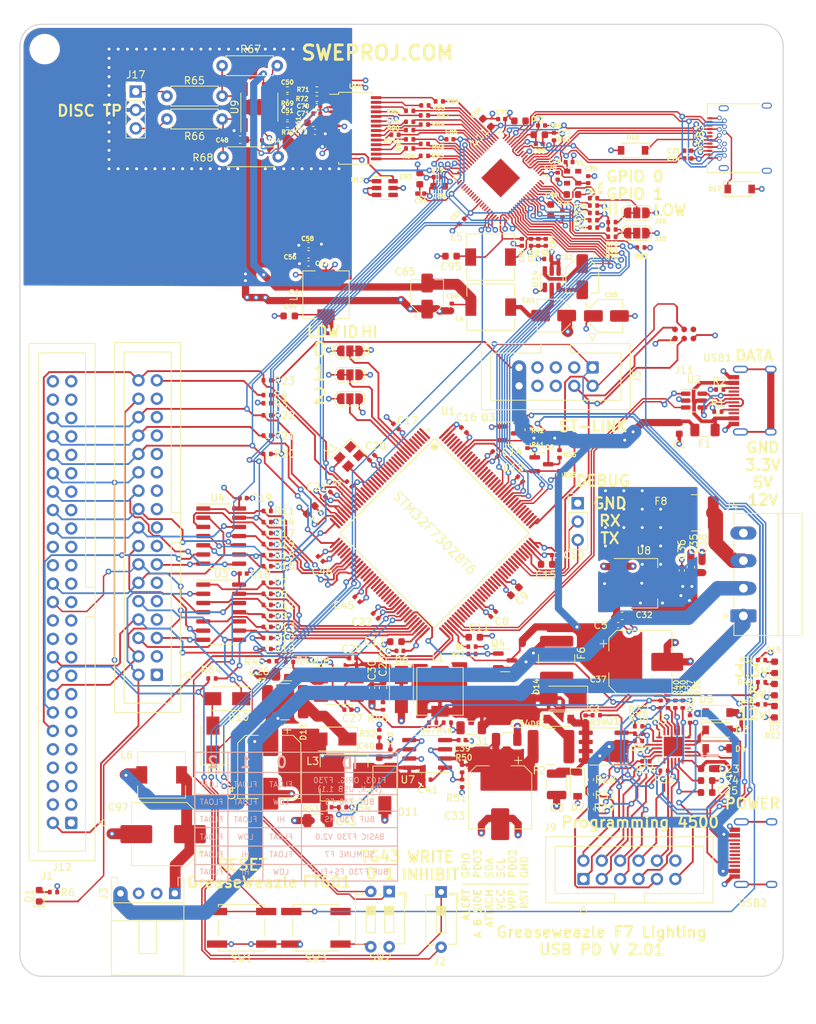
<source format=kicad_pcb>
(kicad_pcb (version 20211014) (generator pcbnew)

  (general
    (thickness 1.6)
  )

  (paper "E")
  (title_block
    (title "Greaseweazle F7 Lighting, USB PD")
    (date "2022-11-15")
    (rev "2.01")
    (company "SweProj.com")
  )

  (layers
    (0 "F.Cu" signal)
    (1 "In1.Cu" power)
    (2 "In2.Cu" power)
    (31 "B.Cu" signal)
    (32 "B.Adhes" user "B.Adhesive")
    (33 "F.Adhes" user "F.Adhesive")
    (34 "B.Paste" user)
    (35 "F.Paste" user)
    (36 "B.SilkS" user "B.Silkscreen")
    (37 "F.SilkS" user "F.Silkscreen")
    (38 "B.Mask" user)
    (39 "F.Mask" user)
    (40 "Dwgs.User" user "User.Drawings")
    (41 "Cmts.User" user "User.Comments")
    (42 "Eco1.User" user "User.Eco1")
    (43 "Eco2.User" user "User.Eco2")
    (44 "Edge.Cuts" user)
    (45 "Margin" user)
    (46 "B.CrtYd" user "B.Courtyard")
    (47 "F.CrtYd" user "F.Courtyard")
    (48 "B.Fab" user)
    (49 "F.Fab" user)
  )

  (setup
    (stackup
      (layer "F.SilkS" (type "Top Silk Screen"))
      (layer "F.Paste" (type "Top Solder Paste"))
      (layer "F.Mask" (type "Top Solder Mask") (thickness 0.01))
      (layer "F.Cu" (type "copper") (thickness 0.035))
      (layer "dielectric 1" (type "core") (thickness 0.48) (material "FR4") (epsilon_r 4.5) (loss_tangent 0.02))
      (layer "In1.Cu" (type "copper") (thickness 0.035))
      (layer "dielectric 2" (type "prepreg") (thickness 0.48) (material "FR4") (epsilon_r 4.5) (loss_tangent 0.02))
      (layer "In2.Cu" (type "copper") (thickness 0.035))
      (layer "dielectric 3" (type "core") (thickness 0.48) (material "FR4") (epsilon_r 4.5) (loss_tangent 0.02))
      (layer "B.Cu" (type "copper") (thickness 0.035))
      (layer "B.Mask" (type "Bottom Solder Mask") (thickness 0.01))
      (layer "B.Paste" (type "Bottom Solder Paste"))
      (layer "B.SilkS" (type "Bottom Silk Screen"))
      (copper_finish "None")
      (dielectric_constraints no)
    )
    (pad_to_mask_clearance 0)
    (pcbplotparams
      (layerselection 0x00010fc_ffffffff)
      (disableapertmacros false)
      (usegerberextensions false)
      (usegerberattributes true)
      (usegerberadvancedattributes true)
      (creategerberjobfile true)
      (svguseinch false)
      (svgprecision 6)
      (excludeedgelayer true)
      (plotframeref false)
      (viasonmask false)
      (mode 1)
      (useauxorigin false)
      (hpglpennumber 1)
      (hpglpenspeed 20)
      (hpglpendiameter 15.000000)
      (dxfpolygonmode true)
      (dxfimperialunits true)
      (dxfusepcbnewfont true)
      (psnegative false)
      (psa4output false)
      (plotreference true)
      (plotvalue true)
      (plotinvisibletext false)
      (sketchpadsonfab false)
      (subtractmaskfromsilk false)
      (outputformat 1)
      (mirror false)
      (drillshape 0)
      (scaleselection 1)
      (outputdirectory "Greaseweazle_V1.01")
    )
  )

  (net 0 "")
  (net 1 "Net-(U11-Pad58)")
  (net 2 "Net-(C2-Pad2)")
  (net 3 "Net-(C2-Pad1)")
  (net 4 "+12V")
  (net 5 "+3V3")
  (net 6 "+5VA")
  (net 7 "Net-(C11-Pad1)")
  (net 8 "Net-(C13-Pad1)")
  (net 9 "Net-(C15-Pad1)")
  (net 10 "/Power_USB/USB_POWER")
  (net 11 "Net-(C24-Pad1)")
  (net 12 "Net-(C25-Pad1)")
  (net 13 "Net-(C27-Pad1)")
  (net 14 "Net-(C28-Pad2)")
  (net 15 "Net-(C28-Pad1)")
  (net 16 "Net-(C29-Pad2)")
  (net 17 "Net-(C29-Pad1)")
  (net 18 "Net-(C31-Pad1)")
  (net 19 "+24V")
  (net 20 "+5V")
  (net 21 "Net-(D15-Pad2)")
  (net 22 "Net-(C39-Pad1)")
  (net 23 "Net-(C40-Pad2)")
  (net 24 "Net-(C40-Pad1)")
  (net 25 "Net-(C41-Pad2)")
  (net 26 "Net-(C41-Pad1)")
  (net 27 "Net-(C43-Pad1)")
  (net 28 "Net-(D1-Pad2)")
  (net 29 "/LED1")
  (net 30 "/Power_USB/CC2")
  (net 31 "/Power_USB/CC1")
  (net 32 "Net-(D7-Pad2)")
  (net 33 "Net-(D8-Pad1)")
  (net 34 "Net-(F8-Pad1)")
  (net 35 "Net-(D12-Pad2)")
  (net 36 "Net-(D13-Pad1)")
  (net 37 "Net-(D14-Pad1)")
  (net 38 "Net-(F1-Pad2)")
  (net 39 "/~{RDY}")
  (net 40 "/~{WR_PROT}")
  (net 41 "/~{TRK_00}")
  (net 42 "/~{INDEX}")
  (net 43 "Net-(J1-Pad6)")
  (net 44 "Net-(J1-Pad33)")
  (net 45 "/SWDIO")
  (net 46 "/SWCLK")
  (net 47 "/ID2")
  (net 48 "Net-(C73-Pad2)")
  (net 49 "/Power_USB/RST")
  (net 50 "/Power_USB/POWER_PDO2")
  (net 51 "VPP")
  (net 52 "/Power_USB/SCL")
  (net 53 "/Power_USB/SDA")
  (net 54 "/Power_USB/ATTACH")
  (net 55 "/Power_USB/POWER_PDO3")
  (net 56 "/Power_USB/A_B_SIDE")
  (net 57 "/Power_USB/GPIO")
  (net 58 "/Power_USB/ALERT")
  (net 59 "Net-(Q1-Pad4)")
  (net 60 "Net-(R1-Pad2)")
  (net 61 "Net-(R2-Pad2)")
  (net 62 "/~{FLIPPY}")
  (net 63 "Net-(R5-Pad1)")
  (net 64 "/~{DENS}")
  (net 65 "/SPARE1")
  (net 66 "/SPARE2")
  (net 67 "/~{M0}")
  (net 68 "/~{DS1}")
  (net 69 "/~{DS0}")
  (net 70 "/~{DIR}")
  (net 71 "/~{STEP}")
  (net 72 "/~{WR_DAT}")
  (net 73 "/~{WR_GATE}")
  (net 74 "/~{SIDE}")
  (net 75 "Net-(R24-Pad1)")
  (net 76 "Net-(R38-Pad2)")
  (net 77 "Net-(R40-Pad1)")
  (net 78 "Net-(R44-Pad2)")
  (net 79 "Net-(R47-Pad2)")
  (net 80 "Net-(R50-Pad2)")
  (net 81 "Net-(R53-Pad2)")
  (net 82 "/~{M1}")
  (net 83 "/USB_D+")
  (net 84 "/USB_D-")
  (net 85 "Net-(U1-Pad23)")
  (net 86 "Net-(U2-Pad4)")
  (net 87 "unconnected-(J5-Pad3)")
  (net 88 "nRST")
  (net 89 "/RX")
  (net 90 "/TX")
  (net 91 "unconnected-(U1-Pad142)")
  (net 92 "unconnected-(U1-Pad141)")
  (net 93 "unconnected-(U1-Pad140)")
  (net 94 "unconnected-(U1-Pad139)")
  (net 95 "unconnected-(U1-Pad135)")
  (net 96 "unconnected-(U1-Pad134)")
  (net 97 "unconnected-(U1-Pad133)")
  (net 98 "unconnected-(U1-Pad132)")
  (net 99 "unconnected-(U1-Pad129)")
  (net 100 "unconnected-(U1-Pad128)")
  (net 101 "unconnected-(U1-Pad127)")
  (net 102 "unconnected-(U1-Pad126)")
  (net 103 "unconnected-(U1-Pad125)")
  (net 104 "unconnected-(U1-Pad124)")
  (net 105 "Net-(C97-Pad1)")
  (net 106 "Net-(R83-Pad1)")
  (net 107 "/BE_0")
  (net 108 "unconnected-(U1-Pad117)")
  (net 109 "unconnected-(U1-Pad114)")
  (net 110 "unconnected-(U1-Pad113)")
  (net 111 "unconnected-(U1-Pad112)")
  (net 112 "unconnected-(U1-Pad111)")
  (net 113 "unconnected-(U1-Pad110)")
  (net 114 "/AD_USB/TX+")
  (net 115 "Net-(C74-Pad2)")
  (net 116 "unconnected-(U1-Pad63)")
  (net 117 "unconnected-(U1-Pad60)")
  (net 118 "unconnected-(U1-Pad59)")
  (net 119 "unconnected-(U1-Pad58)")
  (net 120 "unconnected-(U1-Pad57)")
  (net 121 "unconnected-(U1-Pad56)")
  (net 122 "unconnected-(U1-Pad55)")
  (net 123 "unconnected-(U1-Pad54)")
  (net 124 "unconnected-(U1-Pad53)")
  (net 125 "unconnected-(U1-Pad50)")
  (net 126 "unconnected-(U1-Pad49)")
  (net 127 "unconnected-(U1-Pad45)")
  (net 128 "unconnected-(U1-Pad41)")
  (net 129 "unconnected-(U1-Pad40)")
  (net 130 "unconnected-(U1-Pad104)")
  (net 131 "unconnected-(U1-Pad103)")
  (net 132 "unconnected-(U1-Pad100)")
  (net 133 "unconnected-(U1-Pad99)")
  (net 134 "unconnected-(U1-Pad98)")
  (net 135 "unconnected-(U1-Pad97)")
  (net 136 "unconnected-(U1-Pad96)")
  (net 137 "unconnected-(U1-Pad93)")
  (net 138 "unconnected-(U1-Pad92)")
  (net 139 "unconnected-(U1-Pad91)")
  (net 140 "unconnected-(U1-Pad90)")
  (net 141 "unconnected-(U1-Pad89)")
  (net 142 "unconnected-(U1-Pad88)")
  (net 143 "unconnected-(U1-Pad87)")
  (net 144 "unconnected-(U1-Pad84)")
  (net 145 "unconnected-(U1-Pad83)")
  (net 146 "unconnected-(U1-Pad82)")
  (net 147 "unconnected-(U1-Pad81)")
  (net 148 "unconnected-(U1-Pad80)")
  (net 149 "unconnected-(U1-Pad79)")
  (net 150 "unconnected-(U1-Pad26)")
  (net 151 "unconnected-(U1-Pad24)")
  (net 152 "unconnected-(U1-Pad22)")
  (net 153 "unconnected-(U1-Pad21)")
  (net 154 "unconnected-(U1-Pad20)")
  (net 155 "unconnected-(U1-Pad19)")
  (net 156 "unconnected-(U1-Pad18)")
  (net 157 "unconnected-(U1-Pad15)")
  (net 158 "unconnected-(U1-Pad14)")
  (net 159 "unconnected-(U1-Pad13)")
  (net 160 "unconnected-(U1-Pad12)")
  (net 161 "unconnected-(U1-Pad11)")
  (net 162 "unconnected-(U1-Pad10)")
  (net 163 "unconnected-(U1-Pad5)")
  (net 164 "unconnected-(U1-Pad4)")
  (net 165 "unconnected-(U1-Pad3)")
  (net 166 "unconnected-(U1-Pad2)")
  (net 167 "unconnected-(U1-Pad1)")
  (net 168 "unconnected-(U5-Pad3)")
  (net 169 "unconnected-(USB1-Pad3)")
  (net 170 "unconnected-(USB1-Pad9)")
  (net 171 "unconnected-(USB1-Pad13)")
  (net 172 "unconnected-(USB2-Pad3)")
  (net 173 "unconnected-(USB2-Pad9)")
  (net 174 "unconnected-(USB2-Pad5)")
  (net 175 "unconnected-(USB2-Pad8)")
  (net 176 "unconnected-(USB2-Pad7)")
  (net 177 "unconnected-(USB2-Pad6)")
  (net 178 "unconnected-(X1-Pad1)")
  (net 179 "Net-(U2-Pad6)")
  (net 180 "unconnected-(J11-Pad6)")
  (net 181 "SCL_3V3")
  (net 182 "SDA_3V3")
  (net 183 "/P_STUSB")
  (net 184 "/~{MOTOR_EN}")
  (net 185 "Net-(C44-Pad2)")
  (net 186 "Net-(C50-Pad2)")
  (net 187 "unconnected-(J12-Pad4)")
  (net 188 "Net-(C51-Pad2)")
  (net 189 "unconnected-(J12-Pad6)")
  (net 190 "Net-(C61-Pad1)")
  (net 191 "unconnected-(J12-Pad8)")
  (net 192 "Net-(C61-Pad2)")
  (net 193 "unconnected-(J12-Pad10)")
  (net 194 "Net-(R65-Pad1)")
  (net 195 "Net-(R66-Pad1)")
  (net 196 "Net-(R67-Pad1)")
  (net 197 "Net-(R68-Pad1)")
  (net 198 "Net-(R71-Pad1)")
  (net 199 "unconnected-(J12-Pad22)")
  (net 200 "unconnected-(U9-Pad7)")
  (net 201 "unconnected-(J12-Pad24)")
  (net 202 "unconnected-(U10-Pad1)")
  (net 203 "unconnected-(J12-Pad30)")
  (net 204 "unconnected-(J12-Pad32)")
  (net 205 "/BE_1")
  (net 206 "/BE_2")
  (net 207 "/BE_3")
  (net 208 "/TXE_N")
  (net 209 "+3.3VADC")
  (net 210 "Net-(C62-Pad1)")
  (net 211 "Net-(C62-Pad2)")
  (net 212 "-3V3")
  (net 213 "/~{DENSEL}")
  (net 214 "/INUSE")
  (net 215 "/~{M0_EN}")
  (net 216 "/~{DRIVE1}")
  (net 217 "/~{DRIVE0}")
  (net 218 "/~{M1_EN}")
  (net 219 "/~{DIRECTION}")
  (net 220 "/~{STEPS}")
  (net 221 "/~{WR_DATA}")
  (net 222 "/~{WR_GATE_OUT}")
  (net 223 "/~{SIDE_SEL}")
  (net 224 "unconnected-(J12-Pad50)")
  (net 225 "/RXE_N")
  (net 226 "unconnected-(J12-Pad48)")
  (net 227 "Net-(J2-Pad2)")
  (net 228 "Net-(C63-Pad2)")
  (net 229 "Net-(C75-Pad1)")
  (net 230 "Net-(C76-Pad1)")
  (net 231 "Net-(D16-Pad1)")
  (net 232 "Net-(D17-Pad1)")
  (net 233 "Net-(J17-Pad1)")
  (net 234 "Net-(J17-Pad3)")
  (net 235 "/AD_USB/D+")
  (net 236 "/AD_USB/D-")
  (net 237 "/AD_USB/RX-")
  (net 238 "unconnected-(USB3-PadA8)")
  (net 239 "unconnected-(USB3-PadB8)")
  (net 240 "/~{RD_DATA}")
  (net 241 "/PA0")
  (net 242 "/PA1")
  (net 243 "/AD/CLK_60MHz")
  (net 244 "/PA2")
  (net 245 "/PA3")
  (net 246 "unconnected-(U11-Pad76)")
  (net 247 "unconnected-(U11-Pad77)")
  (net 248 "/PA4")
  (net 249 "/PA5")
  (net 250 "/PA6")
  (net 251 "/PA7")
  (net 252 "/PA8")
  (net 253 "/PA9")
  (net 254 "/PA10")
  (net 255 "/PA11")
  (net 256 "unconnected-(Y1-Pad2)")
  (net 257 "unconnected-(Y1-Pad4)")
  (net 258 "/~{TG43_0}")
  (net 259 "/~{TG43_1}")
  (net 260 "/AD_USB/RX+")
  (net 261 "Net-(J15-Pad1)")
  (net 262 "Net-(R73-Pad2)")
  (net 263 "Net-(R74-Pad2)")
  (net 264 "Net-(R76-Pad2)")
  (net 265 "Net-(R77-Pad1)")
  (net 266 "/AD_USB/VD10")
  (net 267 "/AD_USB/VCCIO")
  (net 268 "/AD_USB/AVDD")
  (net 269 "Net-(R78-Pad1)")
  (net 270 "Net-(R79-Pad1)")
  (net 271 "Net-(R80-Pad1)")
  (net 272 "Net-(J16-Pad1)")
  (net 273 "/AD_USB/FT_RST")
  (net 274 "GND")
  (net 275 "unconnected-(U13-Pad4)")
  (net 276 "Net-(R84-Pad2)")
  (net 277 "Net-(R85-Pad2)")
  (net 278 "Net-(R86-Pad2)")
  (net 279 "Net-(R87-Pad2)")
  (net 280 "Net-(R88-Pad2)")
  (net 281 "Net-(R89-Pad2)")
  (net 282 "Net-(R90-Pad2)")
  (net 283 "Net-(R91-Pad2)")
  (net 284 "Net-(R92-Pad2)")
  (net 285 "Net-(R93-Pad2)")
  (net 286 "Net-(R94-Pad2)")
  (net 287 "Net-(R95-Pad2)")
  (net 288 "unconnected-(U11-Pad60)")
  (net 289 "unconnected-(U11-Pad61)")
  (net 290 "unconnected-(U11-Pad62)")
  (net 291 "unconnected-(U11-Pad63)")
  (net 292 "unconnected-(U11-Pad64)")
  (net 293 "unconnected-(U11-Pad65)")
  (net 294 "unconnected-(U11-Pad66)")
  (net 295 "unconnected-(U11-Pad67)")
  (net 296 "unconnected-(U11-Pad69)")
  (net 297 "unconnected-(U11-Pad70)")
  (net 298 "unconnected-(U11-Pad71)")
  (net 299 "unconnected-(U11-Pad72)")
  (net 300 "/AD_USB/VBUS")
  (net 301 "/AD_USB/TX-")

  (footprint "MountingHole:MountingHole_3.2mm_M3" (layer "F.Cu") (at 192.532 33.02))

  (footprint "MountingHole:MountingHole_3.2mm_M3" (layer "F.Cu") (at 192.532 157.48))

  (footprint "MountingHole:MountingHole_3.2mm_M3" (layer "F.Cu") (at 93.98 33.02))

  (footprint "Capacitor_SMD:C_0402_1005Metric" (layer "F.Cu") (at 136.060589 93.060589 135))

  (footprint "Capacitor_SMD:C_0603_1608Metric" (layer "F.Cu") (at 181.642 85.344 90))

  (footprint "Capacitor_SMD:C_0402_1005Metric" (layer "F.Cu") (at 168.7 125.476 90))

  (footprint "Capacitor_SMD:C_1210_3225Metric" (layer "F.Cu") (at 164.7 134.5 -90))

  (footprint "Capacitor_SMD:C_0402_1005Metric" (layer "F.Cu") (at 143.06 116.078 180))

  (footprint "Capacitor_SMD:C_0402_1005Metric" (layer "F.Cu") (at 155.956 110.998 -135))

  (footprint "Capacitor_SMD:C_0603_1608Metric" (layer "F.Cu") (at 158.9278 107.8484 -135))

  (footprint "Capacitor_SMD:C_0402_1005Metric" (layer "F.Cu") (at 164.5412 102.87 180))

  (footprint "Capacitor_SMD:C_0603_1608Metric" (layer "F.Cu") (at 153.325 114.2))

  (footprint "Capacitor_SMD:C_0402_1005Metric" (layer "F.Cu") (at 159.680589 92.370589 -45))

  (footprint "Capacitor_SMD:C_0603_1608Metric" (layer "F.Cu") (at 142.494 114.808 180))

  (footprint "Capacitor_SMD:C_0402_1005Metric" (layer "F.Cu") (at 156.21 88.9 -45))

  (footprint "Capacitor_SMD:C_0603_1608Metric" (layer "F.Cu") (at 163.322 104.14))

  (footprint "Capacitor_SMD:C_0402_1005Metric" (layer "F.Cu") (at 151.892 85.598 -45))

  (footprint "Capacitor_SMD:C_0402_1005Metric" (layer "F.Cu") (at 142.494 85.09 135))

  (footprint "Capacitor_SMD:C_0402_1005Metric" (layer "F.Cu") (at 121.412 105.41))

  (footprint "Capacitor_SMD:C_0402_1005Metric" (layer "F.Cu") (at 121.412 94.996))

  (footprint "Capacitor_SMD:C_0402_1005Metric" (layer "F.Cu") (at 139.192 89.408 45))

  (footprint "Capacitor_SMD:C_0402_1005Metric" (layer "F.Cu") (at 133.096 94.488 -135))

  (footprint "Capacitor_SMD:C_0402_1005Metric" (layer "F.Cu") (at 139.7 111.252 135))

  (footprint "Capacitor_SMD:C_0603_1608Metric" (layer "F.Cu") (at 185.42 132.334))

  (footprint "Capacitor_SMD:C_0603_1608Metric" (layer "F.Cu") (at 185.42 133.985))

  (footprint "Capacitor_SMD:C_0603_1608Metric" (layer "F.Cu") (at 185.42 135.636))

  (footprint "Capacitor_SMD:C_1206_3216Metric" (layer "F.Cu") (at 127.4 119.3 180))

  (footprint "Capacitor_SMD:C_0402_1005Metric" (layer "F.Cu") (at 135.862 124.206))

  (footprint "Capacitor_SMD:C_0603_1608Metric" (layer "F.Cu") (at 140.716 121.158 -90))

  (footprint "Capacitor_SMD:C_0402_1005Metric" (layer "F.Cu") (at 136.535 117.1 180))

  (footprint "Capacitor_SMD:C_0402_1005Metric" (layer "F.Cu") (at 139.192 121.158 -90))

  (footprint "Capacitor_SMD:C_1206_3216Metric" (layer "F.Cu") (at 152.9 126.7 180))

  (footprint "Capacitor_SMD:CP_Elec_8x10.5" (layer "F.Cu") (at 156.9 136.3 -90))

  (footprint "Capacitor_SMD:C_1206_3216Metric" (layer "F.Cu") (at 157.8 128.3))

  (footprint "Capacitor_SMD:C_0402_1005Metric" (layer "F.Cu") (at 151.638 128.4))

  (footprint "Capacitor_SMD:C_0603_1608Metric" (layer "F.Cu") (at 140.208 130.048 90))

  (footprint "Capacitor_SMD:C_0402_1005Metric" (layer "F.Cu") (at 146.812 133.858))

  (footprint "Capacitor_SMD:C_0402_1005Metric" (layer "F.Cu") (at 141.732 130.175 90))

  (footprint "Diode_SMD:D_SOD-123" (layer "F.Cu") (at 167.6 134.5 -90))

  (footprint "Diode_SMD:D_SOD-123" (layer "F.Cu") (at 186.944 127))

  (footprint "Diode_SMD:D_SOD-123" (layer "F.Cu") (at 186.944 129.54))

  (footprint "Diode_SMD:D_SMA" (layer "F.Cu") (at 143.256 121.412 -90))

  (footprint "Diode_SMD:D_SOD-123" (layer "F.Cu") (at 165 125.5))

  (footprint "Diode_SMD:D_SMA" (layer "F.Cu") (at 140.97 135.382 -90))

  (footprint "Diode_SMD:D_SMA" (layer "F.Cu") (at 133.8 128.25 180))

  (footprint "Diode_SMD:D_SMA" (layer "F.Cu") (at 165.6 122.6 180))

  (footprint "Greaseweazle:Fuse_1206_3216Metric" (layer "F.Cu") (at 185.198 85.598))

  (footprint "Greaseweazle:Fuse_2018Metric" (layer "F.Cu") (at 163.9 129.3))

  (footprint "Greaseweazle:Fuse_2018Metric" (layer "F.Cu") (at 164.7 117.2 -90))

  (footprint "Greaseweazle:Fuse_2018Metric" (layer "F.Cu") (at 127.2 123.1))

  (footprint "Connector_Phoenix_MC:PhoenixContact_MC_1,5_4-G-3.81_1x04_P3.81mm_Horizontal" (layer "F.Cu") (at 190.5 111.252 90))

  (footprint "Connector_IDC:IDC-Header_2x05_P2.54mm_Vertical" (layer "F.Cu") (at 169.672 76.962 -90))

  (footprint "Jumper:SolderJumper-3_P1.3mm_Open_RoundedPad1.0x1.5mm_NumberLabels" (layer "F.Cu") (at 136.144 81.28 180))

  (footprint "Connector_IDC:IDC-Header_2x06_P2.54mm_Vertical" (layer "F.Cu") (at 168.402 147.574 90))

  (footprint "Greaseweazle:L_6.3x6.3_H3" (layer "F.Cu") (at 148.59 121.666 -90))

  (footprint "Greaseweazle:L_6.3x6.3_H3" (layer "F.Cu") (at 135.338 133.604 180))

  (footprint "Package_SO:SOIC-8_3.9x4.9mm_P1.27mm" (layer "F.Cu")
    (tedit 5D9F72B1) (tstamp 00000000-0000-0000-0000-000060f2ac27)
    (at 171.196 129.286 180)
    (descr "SOIC, 8 Pin (JEDEC MS-012AA, https://www.analog.com/media/en/package-pcb-resources/package/pkg_pdf/soic_narrow-r/r_8.pdf), generated with kicad-footprint-generator ipc_gullwing_generator.py")
    (tags "SOIC SO")
    (property "LCSC" "C469397")
    (property "Sheetfile" "Power_USB.kicad_sch")
    (property "Sheetname" "Power_USB")
    (path "/00000000-0000-0000-0000-0000618a932e/00000000-0000-0000-0000-000061c7c2e9")
    (attr smd)
    (fp_text reference "Q1" (at -1.27 3.556) (layer "F.SilkS")
      (effects (font (size 1 1) (thickness 0.15)))
      (tstamp e83a9207-ba93-43d4-bac7-57b644c08ec3)
    )
    (fp_text value "AO4407C" (at 0 3.4) (layer "F.Fab")
      (effects (font (size 1 1) (thickness 0.15)))
      (tstamp 02c2af20-e293-47f8-9f2d-34b0aca49eb2)
    )
    (fp_text user "${REFERENCE}" (at 0 0) (layer "F.Fab")
      (effects (font (size 0.98 0.98) (thickness 0.15)))
      (tstamp 9fc3a157-5ea0-49c1-a4f1-a7f62cd39c4a)
    )
    (fp_line (start 0 -2.56) (end -3.45 -2.56) (layer "F.SilkS") (width 0.12) (tstamp 62c6f8fd-5f98-45b7-bb10-cb287c7234dc))
    (fp_line (start 0 -2.56) (end 1.95 -2.56) (layer "F.SilkS") (width 0.12) (tstamp 7f5c88eb-58c9-4dab-b822-76648fe1e5ec))
    (fp_line (start 0 2.56) (end -1.95 2.56) (layer "F.SilkS") (width 0.12) (tstamp cf74a0fb-9e70-4ecd-9814-7bef05edfc31))
    (fp_line (start 0 2.56) (end 1.95 2.56) (layer "F.Silk
... [3710832 chars truncated]
</source>
